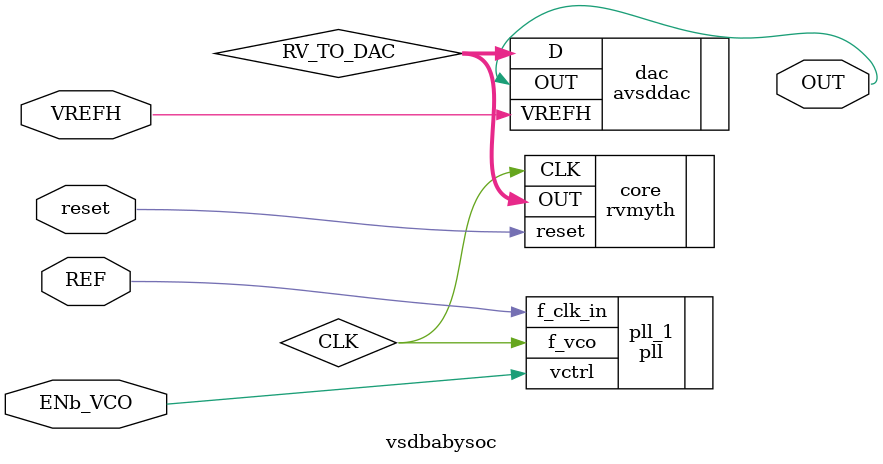
<source format=v>
module vsdbabysoc (
   output wire OUT,
   //
   input  wire reset,
   //
   /*input  wire VCO_IN,
   input  wire ENb_CP,*/
   input  wire ENb_VCO,
   input  wire REF,
   	   
   //
   // input  wire VREFL,
   input  wire VREFH
);

   wire CLK;
   wire [9:0] RV_TO_DAC;

   rvmyth core (
      .OUT(RV_TO_DAC),
      .CLK(CLK),
      .reset(reset)
   );

   /*avsdpll pll (
      .CLK(CLK),
      .VCO_IN(VCO_IN),
      .ENb_CP(ENb_CP),
      .ENb_VCO(ENb_VCO),
      .REF(REF)
   );*/

  pll pll_1 (
      .f_vco(CLK),
      .vctrl(ENb_VCO),
      .f_clk_in(REF)
   );

   avsddac dac (
      .OUT(OUT),
      .D(RV_TO_DAC),
      // .VREFL(VREFL),
      .VREFH(VREFH)
   );
   
endmodule

</source>
